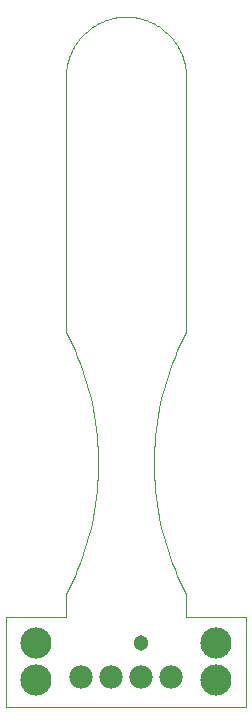
<source format=gbs>
G75*
%MOIN*%
%OFA0B0*%
%FSLAX25Y25*%
%IPPOS*%
%LPD*%
%AMOC8*
5,1,8,0,0,1.08239X$1,22.5*
%
%ADD10C,0.00000*%
%ADD11C,0.07800*%
%ADD12C,0.10400*%
%ADD13C,0.05124*%
D10*
X0047595Y0040183D02*
X0047595Y0070183D01*
X0067595Y0070183D01*
X0067595Y0077683D01*
X0047595Y0040183D02*
X0127595Y0040183D01*
X0127595Y0070183D01*
X0107595Y0070183D01*
X0107595Y0077683D01*
X0106569Y0079712D01*
X0105592Y0081765D01*
X0104665Y0083842D01*
X0103788Y0085939D01*
X0102962Y0088058D01*
X0102187Y0090195D01*
X0101463Y0092351D01*
X0100791Y0094523D01*
X0100171Y0096711D01*
X0099604Y0098912D01*
X0099090Y0101127D01*
X0098630Y0103354D01*
X0098223Y0105591D01*
X0097870Y0107837D01*
X0097570Y0110091D01*
X0097325Y0112352D01*
X0097134Y0114617D01*
X0096998Y0116887D01*
X0096916Y0119159D01*
X0096889Y0121433D01*
X0096916Y0123707D01*
X0096998Y0125979D01*
X0097134Y0128249D01*
X0097325Y0130514D01*
X0097570Y0132775D01*
X0097870Y0135029D01*
X0098223Y0137275D01*
X0098630Y0139512D01*
X0099090Y0141739D01*
X0099604Y0143954D01*
X0100171Y0146155D01*
X0100791Y0148343D01*
X0101463Y0150515D01*
X0102187Y0152671D01*
X0102962Y0154808D01*
X0103788Y0156927D01*
X0104665Y0159024D01*
X0105592Y0161101D01*
X0106569Y0163154D01*
X0107595Y0165183D01*
X0107595Y0250183D01*
X0107589Y0250670D01*
X0107571Y0251157D01*
X0107542Y0251643D01*
X0107500Y0252128D01*
X0107447Y0252612D01*
X0107382Y0253095D01*
X0107305Y0253576D01*
X0107217Y0254055D01*
X0107117Y0254532D01*
X0107005Y0255006D01*
X0106882Y0255477D01*
X0106747Y0255945D01*
X0106601Y0256410D01*
X0106444Y0256871D01*
X0106275Y0257328D01*
X0106096Y0257780D01*
X0105905Y0258229D01*
X0105704Y0258672D01*
X0105492Y0259111D01*
X0105269Y0259544D01*
X0105036Y0259971D01*
X0104792Y0260393D01*
X0104539Y0260809D01*
X0104275Y0261218D01*
X0104001Y0261621D01*
X0103718Y0262017D01*
X0103425Y0262406D01*
X0103123Y0262788D01*
X0102811Y0263163D01*
X0102490Y0263529D01*
X0102161Y0263888D01*
X0101823Y0264239D01*
X0101476Y0264581D01*
X0101122Y0264915D01*
X0100759Y0265240D01*
X0100388Y0265556D01*
X0100010Y0265863D01*
X0099625Y0266161D01*
X0099232Y0266449D01*
X0098833Y0266727D01*
X0098426Y0266996D01*
X0098014Y0267255D01*
X0097595Y0267504D01*
X0097170Y0267742D01*
X0096740Y0267970D01*
X0096304Y0268187D01*
X0095863Y0268394D01*
X0095417Y0268590D01*
X0094967Y0268775D01*
X0094512Y0268949D01*
X0094053Y0269112D01*
X0093590Y0269263D01*
X0093123Y0269404D01*
X0092654Y0269533D01*
X0092181Y0269650D01*
X0091706Y0269756D01*
X0091228Y0269850D01*
X0090748Y0269933D01*
X0090266Y0270004D01*
X0089782Y0270063D01*
X0089298Y0270110D01*
X0088812Y0270146D01*
X0088325Y0270170D01*
X0087839Y0270182D01*
X0087351Y0270182D01*
X0086865Y0270170D01*
X0086378Y0270146D01*
X0085892Y0270110D01*
X0085408Y0270063D01*
X0084924Y0270004D01*
X0084442Y0269933D01*
X0083962Y0269850D01*
X0083484Y0269756D01*
X0083009Y0269650D01*
X0082536Y0269533D01*
X0082067Y0269404D01*
X0081600Y0269263D01*
X0081137Y0269112D01*
X0080678Y0268949D01*
X0080223Y0268775D01*
X0079773Y0268590D01*
X0079327Y0268394D01*
X0078886Y0268187D01*
X0078450Y0267970D01*
X0078020Y0267742D01*
X0077595Y0267504D01*
X0077176Y0267255D01*
X0076764Y0266996D01*
X0076357Y0266727D01*
X0075958Y0266449D01*
X0075565Y0266161D01*
X0075180Y0265863D01*
X0074802Y0265556D01*
X0074431Y0265240D01*
X0074068Y0264915D01*
X0073714Y0264581D01*
X0073367Y0264239D01*
X0073029Y0263888D01*
X0072700Y0263529D01*
X0072379Y0263163D01*
X0072067Y0262788D01*
X0071765Y0262406D01*
X0071472Y0262017D01*
X0071189Y0261621D01*
X0070915Y0261218D01*
X0070651Y0260809D01*
X0070398Y0260393D01*
X0070154Y0259971D01*
X0069921Y0259544D01*
X0069698Y0259111D01*
X0069486Y0258672D01*
X0069285Y0258229D01*
X0069094Y0257780D01*
X0068915Y0257328D01*
X0068746Y0256871D01*
X0068589Y0256410D01*
X0068443Y0255945D01*
X0068308Y0255477D01*
X0068185Y0255006D01*
X0068073Y0254532D01*
X0067973Y0254055D01*
X0067885Y0253576D01*
X0067808Y0253095D01*
X0067743Y0252612D01*
X0067690Y0252128D01*
X0067648Y0251643D01*
X0067619Y0251157D01*
X0067601Y0250670D01*
X0067595Y0250183D01*
X0067595Y0165183D01*
X0068621Y0163154D01*
X0069598Y0161101D01*
X0070525Y0159024D01*
X0071402Y0156927D01*
X0072228Y0154808D01*
X0073003Y0152671D01*
X0073727Y0150515D01*
X0074399Y0148343D01*
X0075019Y0146155D01*
X0075586Y0143954D01*
X0076100Y0141739D01*
X0076560Y0139512D01*
X0076967Y0137275D01*
X0077320Y0135029D01*
X0077620Y0132775D01*
X0077865Y0130514D01*
X0078056Y0128249D01*
X0078192Y0125979D01*
X0078274Y0123707D01*
X0078301Y0121433D01*
X0078274Y0119159D01*
X0078192Y0116887D01*
X0078056Y0114617D01*
X0077865Y0112352D01*
X0077620Y0110091D01*
X0077320Y0107837D01*
X0076967Y0105591D01*
X0076560Y0103354D01*
X0076100Y0101127D01*
X0075586Y0098912D01*
X0075019Y0096711D01*
X0074399Y0094523D01*
X0073727Y0092351D01*
X0073003Y0090195D01*
X0072228Y0088058D01*
X0071402Y0085939D01*
X0070525Y0083842D01*
X0069598Y0081765D01*
X0068621Y0079712D01*
X0067595Y0077683D01*
D11*
X0072595Y0050183D03*
X0082595Y0050183D03*
X0092595Y0050183D03*
X0102595Y0050183D03*
D12*
X0117595Y0048933D03*
X0117595Y0061433D03*
X0057595Y0061433D03*
X0057595Y0048933D03*
D13*
X0092595Y0061433D03*
M02*

</source>
